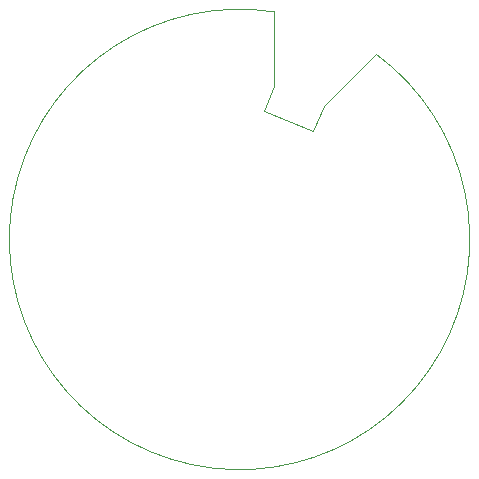
<source format=gbr>
%TF.GenerationSoftware,KiCad,Pcbnew,8.0.2*%
%TF.CreationDate,2024-09-09T19:27:49+02:00*%
%TF.ProjectId,AGS_Klingel_V2-1,4147535f-4b6c-4696-9e67-656c5f56322d,rev?*%
%TF.SameCoordinates,Original*%
%TF.FileFunction,Profile,NP*%
%FSLAX46Y46*%
G04 Gerber Fmt 4.6, Leading zero omitted, Abs format (unit mm)*
G04 Created by KiCad (PCBNEW 8.0.2) date 2024-09-09 19:27:49*
%MOMM*%
%LPD*%
G01*
G04 APERTURE LIST*
%TA.AperFunction,Profile*%
%ADD10C,0.100000*%
%TD*%
G04 APERTURE END LIST*
D10*
X7149714Y11299548D02*
X6228480Y9188595D01*
X2949882Y12949482D02*
X2071188Y10910602D01*
X2071188Y10910602D02*
X6228480Y9188595D01*
X11550000Y15700000D02*
X7149714Y11299548D01*
X11550000Y15700000D02*
G75*
G02*
X2948698Y19266491I-11550000J-15700000D01*
G01*
X2948698Y19266491D02*
X2949882Y12949482D01*
M02*

</source>
